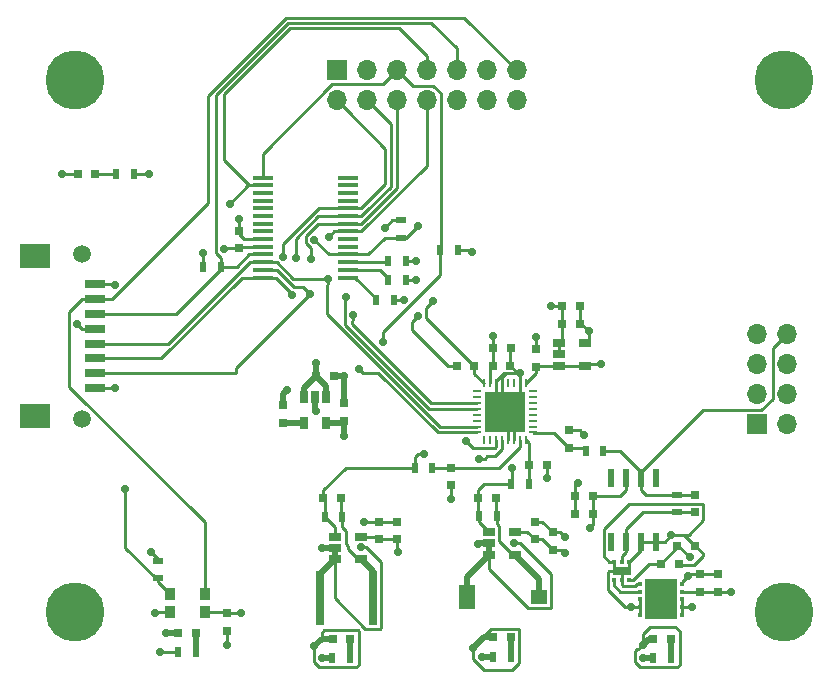
<source format=gtl>
G04 #@! TF.FileFunction,Copper,L1,Top,Signal*
%FSLAX46Y46*%
G04 Gerber Fmt 4.6, Leading zero omitted, Abs format (unit mm)*
G04 Created by KiCad (PCBNEW 4.0.6) date Monday, August 21, 2017 'PMt' 07:11:47 PM*
%MOMM*%
%LPD*%
G01*
G04 APERTURE LIST*
%ADD10C,0.100000*%
%ADD11R,1.750000X0.450000*%
%ADD12R,0.750000X0.800000*%
%ADD13R,0.800000X0.750000*%
%ADD14R,0.797560X0.797560*%
%ADD15R,1.400000X1.200000*%
%ADD16R,1.400000X2.000000*%
%ADD17R,0.750000X4.550000*%
%ADD18C,1.500000*%
%ADD19R,2.600000X2.000000*%
%ADD20R,1.800000X0.700000*%
%ADD21R,1.700000X1.700000*%
%ADD22O,1.700000X1.700000*%
%ADD23R,0.500000X0.900000*%
%ADD24R,0.900000X0.500000*%
%ADD25R,0.450000X0.350000*%
%ADD26R,2.700000X3.400000*%
%ADD27R,0.250000X0.700000*%
%ADD28R,0.700000X0.250000*%
%ADD29R,1.725000X1.725000*%
%ADD30R,1.060000X0.650000*%
%ADD31R,0.650000X1.060000*%
%ADD32R,0.600000X1.550000*%
%ADD33R,0.900000X1.000000*%
%ADD34R,0.350000X0.400000*%
%ADD35R,1.600000X0.800000*%
%ADD36C,5.000000*%
%ADD37C,0.700000*%
%ADD38C,0.250000*%
%ADD39C,0.500000*%
G04 APERTURE END LIST*
D10*
D11*
X120860000Y-65752000D03*
X120860000Y-66402000D03*
X120860000Y-67052000D03*
X120860000Y-67702000D03*
X120860000Y-68352000D03*
X120860000Y-69002000D03*
X120860000Y-69652000D03*
X120860000Y-70302000D03*
X120860000Y-70952000D03*
X120860000Y-71602000D03*
X120860000Y-72252000D03*
X120860000Y-72902000D03*
X120860000Y-73552000D03*
X120860000Y-74202000D03*
X128060000Y-74202000D03*
X128060000Y-73552000D03*
X128060000Y-72902000D03*
X128060000Y-72252000D03*
X128060000Y-71602000D03*
X128060000Y-70952000D03*
X128060000Y-70302000D03*
X128060000Y-69652000D03*
X128060000Y-69002000D03*
X128060000Y-68352000D03*
X128060000Y-67702000D03*
X128060000Y-67052000D03*
X128060000Y-66402000D03*
X128060000Y-65752000D03*
D12*
X159385000Y-100814000D03*
X159385000Y-99314000D03*
X157861000Y-100814000D03*
X157861000Y-99314000D03*
X136779000Y-90309000D03*
X136779000Y-91809000D03*
D13*
X143395000Y-90043000D03*
X144895000Y-90043000D03*
D12*
X146812000Y-88646000D03*
X146812000Y-87146000D03*
D13*
X146201000Y-78105000D03*
X147701000Y-78105000D03*
X155980000Y-96901000D03*
X157480000Y-96901000D03*
X146201000Y-76581000D03*
X147701000Y-76581000D03*
X125361000Y-82550000D03*
X126861000Y-82550000D03*
X154583000Y-98425000D03*
X156083000Y-98425000D03*
X138787000Y-81661000D03*
X137287000Y-81661000D03*
X140335000Y-81661000D03*
X141835000Y-81661000D03*
D12*
X144018000Y-81788000D03*
X144018000Y-80288000D03*
X157480000Y-92595000D03*
X157480000Y-94095000D03*
X122555000Y-86487000D03*
X122555000Y-84987000D03*
D13*
X140347000Y-80137000D03*
X141847000Y-80137000D03*
D12*
X127762000Y-86348000D03*
X127762000Y-84848000D03*
X117856000Y-102640000D03*
X117856000Y-104140000D03*
D13*
X148844000Y-92710000D03*
X147344000Y-92710000D03*
X148820000Y-94234000D03*
X147320000Y-94234000D03*
D12*
X118872000Y-71731000D03*
X118872000Y-70231000D03*
D13*
X139077000Y-92837000D03*
X140577000Y-92837000D03*
D12*
X145415000Y-97270000D03*
X145415000Y-95770000D03*
D13*
X125996000Y-92837000D03*
X127496000Y-92837000D03*
D12*
X143891000Y-96381000D03*
X143891000Y-94881000D03*
X132207000Y-96369000D03*
X132207000Y-94869000D03*
X130683000Y-96369000D03*
X130683000Y-94869000D03*
D14*
X106680000Y-65405000D03*
X105181400Y-65405000D03*
X115189000Y-104267000D03*
X113690400Y-104267000D03*
X128270000Y-104775000D03*
X126771400Y-104775000D03*
X141859000Y-104648000D03*
X140360400Y-104648000D03*
X155435300Y-104775000D03*
X153936700Y-104775000D03*
D15*
X144272000Y-101219000D03*
D16*
X138172000Y-101219000D03*
D17*
X125725000Y-101346000D03*
X130175000Y-101346000D03*
D18*
X105600000Y-72190000D03*
X105600000Y-86140000D03*
D19*
X101600000Y-85940000D03*
X101600000Y-72390000D03*
D20*
X106700000Y-83540000D03*
X106700000Y-82290000D03*
X106700000Y-81040000D03*
X106700000Y-79790000D03*
X106700000Y-78540000D03*
X106700000Y-77290000D03*
X106700000Y-76040000D03*
X106700000Y-74790000D03*
D21*
X162687000Y-86614000D03*
D22*
X165227000Y-86614000D03*
X162687000Y-84074000D03*
X165227000Y-84074000D03*
X162687000Y-81534000D03*
X165227000Y-81534000D03*
X162687000Y-78994000D03*
X165227000Y-78994000D03*
D21*
X127127000Y-56642000D03*
D22*
X127127000Y-59182000D03*
X129667000Y-56642000D03*
X129667000Y-59182000D03*
X132207000Y-56642000D03*
X132207000Y-59182000D03*
X134747000Y-56642000D03*
X134747000Y-59182000D03*
X137287000Y-56642000D03*
X137287000Y-59182000D03*
X139827000Y-56642000D03*
X139827000Y-59182000D03*
X142367000Y-56642000D03*
X142367000Y-59182000D03*
D23*
X135231000Y-90297000D03*
X133731000Y-90297000D03*
X143383000Y-91694000D03*
X141883000Y-91694000D03*
X148209000Y-88900000D03*
X149709000Y-88900000D03*
X109970000Y-65405000D03*
X108470000Y-65405000D03*
X137402000Y-71882000D03*
X135902000Y-71882000D03*
D24*
X155956000Y-92595000D03*
X155956000Y-94095000D03*
D23*
X113689000Y-105918000D03*
X115189000Y-105918000D03*
X126770000Y-106426000D03*
X128270000Y-106426000D03*
D24*
X112014000Y-99671000D03*
X112014000Y-98171000D03*
D23*
X140359000Y-106299000D03*
X141859000Y-106299000D03*
X153936000Y-106426000D03*
X155436000Y-106426000D03*
D24*
X132588000Y-69354000D03*
X132588000Y-70854000D03*
D23*
X115848000Y-73279000D03*
X117348000Y-73279000D03*
X131953000Y-76073000D03*
X130453000Y-76073000D03*
X132969000Y-72771000D03*
X131469000Y-72771000D03*
X132969000Y-74422000D03*
X131469000Y-74422000D03*
X139192000Y-94361000D03*
X140692000Y-94361000D03*
X126111000Y-94488000D03*
X127611000Y-94488000D03*
D25*
X156337000Y-102758000D03*
X156337000Y-102108000D03*
X156337000Y-101458000D03*
X156337000Y-100808000D03*
X156337000Y-100158000D03*
X152787000Y-100158000D03*
X152787000Y-100808000D03*
X152787000Y-101458000D03*
X152787000Y-102108000D03*
X152787000Y-102758000D03*
D26*
X154562000Y-101458000D03*
D27*
X139614000Y-87970000D03*
X140114000Y-87970000D03*
X140614000Y-87970000D03*
X141114000Y-87970000D03*
X141614000Y-87970000D03*
X142114000Y-87970000D03*
X142614000Y-87970000D03*
X143114000Y-87970000D03*
D28*
X143764000Y-87320000D03*
X143764000Y-86820000D03*
X143764000Y-86320000D03*
X143764000Y-85820000D03*
X143764000Y-85320000D03*
X143764000Y-84820000D03*
X143764000Y-84320000D03*
X143764000Y-83820000D03*
D27*
X143114000Y-83170000D03*
X142614000Y-83170000D03*
X142114000Y-83170000D03*
X141614000Y-83170000D03*
X141114000Y-83170000D03*
X140614000Y-83170000D03*
X140114000Y-83170000D03*
X139614000Y-83170000D03*
D28*
X138964000Y-83820000D03*
X138964000Y-84320000D03*
X138964000Y-84820000D03*
X138964000Y-85320000D03*
X138964000Y-85820000D03*
X138964000Y-86320000D03*
X138964000Y-86820000D03*
X138964000Y-87320000D03*
D29*
X142226500Y-84707500D03*
X140501500Y-84707500D03*
X142226500Y-86432500D03*
X140501500Y-86432500D03*
D30*
X145923000Y-79761000D03*
X145923000Y-80711000D03*
X145923000Y-81661000D03*
X148123000Y-81661000D03*
X148123000Y-79761000D03*
D31*
X126238000Y-84287000D03*
X125288000Y-84287000D03*
X124338000Y-84287000D03*
X124338000Y-86487000D03*
X126238000Y-86487000D03*
D32*
X150368000Y-96553000D03*
X151638000Y-96553000D03*
X152908000Y-96553000D03*
X154178000Y-96553000D03*
X154178000Y-91153000D03*
X152908000Y-91153000D03*
X151638000Y-91153000D03*
X150368000Y-91153000D03*
D33*
X113051000Y-100989000D03*
X113051000Y-102489000D03*
X115951000Y-102489000D03*
X115951000Y-100989000D03*
D30*
X140040000Y-95763000D03*
X140040000Y-96713000D03*
X140040000Y-97663000D03*
X142240000Y-97663000D03*
X142240000Y-95763000D03*
X126959000Y-96139000D03*
X126959000Y-97089000D03*
X126959000Y-98039000D03*
X129159000Y-98039000D03*
X129159000Y-96139000D03*
D34*
X151907000Y-98247000D03*
X151257000Y-98247000D03*
X150607000Y-98247000D03*
X150607000Y-99822000D03*
X151257000Y-99822000D03*
X151907000Y-99822000D03*
D35*
X151257000Y-99034500D03*
D36*
X105000000Y-102500000D03*
X105000000Y-57500000D03*
X165000000Y-57500000D03*
X165000000Y-102500000D03*
D37*
X140501500Y-86432500D03*
X142226500Y-86432500D03*
X140501500Y-84707500D03*
X142226500Y-84707500D03*
X136779000Y-92964000D03*
X129413000Y-94869000D03*
X129159000Y-97028000D03*
X125923000Y-97089000D03*
X148082000Y-87503000D03*
X157226000Y-102108000D03*
X152019000Y-102108000D03*
X144907000Y-91186000D03*
X142113000Y-96647000D03*
X146431000Y-96139000D03*
X147574000Y-91567000D03*
X148463000Y-78740000D03*
X155443194Y-95993284D03*
X151257000Y-99034500D03*
X156845000Y-99441000D03*
X139065000Y-96774000D03*
X144018000Y-79248000D03*
X142621000Y-82296000D03*
X133985000Y-77470000D03*
X103886000Y-65405000D03*
X108331000Y-74803000D03*
X117602000Y-71755000D03*
X132842000Y-76073000D03*
X133858000Y-72771000D03*
X127762000Y-82550000D03*
X122936000Y-83693000D03*
X125349000Y-85471000D03*
X111760000Y-102616000D03*
X117856000Y-105283000D03*
X112649000Y-104267000D03*
X125222000Y-105410000D03*
X138684000Y-105537000D03*
X153035000Y-105283000D03*
X135255000Y-76200000D03*
X111252000Y-65405000D03*
X138557000Y-72009000D03*
X131191000Y-69977000D03*
X108331000Y-83566000D03*
X118872000Y-69215000D03*
X115824000Y-72136000D03*
X133858000Y-74422000D03*
X125349000Y-81407000D03*
X111379000Y-97409000D03*
X118999000Y-102616000D03*
X149479000Y-81534000D03*
X134493000Y-89154000D03*
X127902026Y-75819000D03*
X124841000Y-75565000D03*
X123317000Y-75692000D03*
X128524000Y-77343000D03*
X133985000Y-69850000D03*
X125222000Y-70993000D03*
X105156000Y-78105000D03*
X139192000Y-89535000D03*
X141986000Y-90297000D03*
X138049000Y-88011000D03*
X126492000Y-70739000D03*
X112141000Y-105918000D03*
X124968000Y-72644000D03*
X125857000Y-106426000D03*
X129032000Y-81915000D03*
X131064000Y-79629000D03*
X123698000Y-72517000D03*
X139446000Y-106299000D03*
X109220000Y-92075000D03*
X118110000Y-67945000D03*
X122620489Y-72466720D03*
X153035000Y-106426000D03*
X126365000Y-74295000D03*
X160528000Y-100838000D03*
X145288000Y-76581000D03*
X157013722Y-97905653D03*
X140335000Y-79121000D03*
X148590000Y-95377000D03*
X146431000Y-97536000D03*
X132334000Y-97409000D03*
X127762000Y-87630000D03*
D38*
X142114000Y-87970000D02*
X142114000Y-86545000D01*
X142114000Y-86545000D02*
X142226500Y-86432500D01*
X141614000Y-87970000D02*
X141614000Y-87045000D01*
X141614000Y-87045000D02*
X142226500Y-86432500D01*
X140614000Y-83170000D02*
X140614000Y-84595000D01*
X140614000Y-84595000D02*
X140501500Y-84707500D01*
X141114000Y-83170000D02*
X141114000Y-84095000D01*
X141114000Y-84095000D02*
X140501500Y-84707500D01*
X142614000Y-83170000D02*
X142614000Y-84320000D01*
X142614000Y-84320000D02*
X142226500Y-84707500D01*
X151257000Y-99034500D02*
X150207000Y-99034500D01*
X150207000Y-99034500D02*
X150106999Y-99134501D01*
X150106999Y-99134501D02*
X150106999Y-100690973D01*
X150106999Y-100690973D02*
X151524026Y-102108000D01*
X151524026Y-102108000D02*
X152019000Y-102108000D01*
X145415000Y-95770000D02*
X146062000Y-95770000D01*
X146062000Y-95770000D02*
X146431000Y-96139000D01*
X126959000Y-101365002D02*
X129539999Y-103946001D01*
X136779000Y-91809000D02*
X136779000Y-92964000D01*
X130683000Y-94869000D02*
X129413000Y-94869000D01*
X132207000Y-94869000D02*
X130683000Y-94869000D01*
X126959000Y-98039000D02*
X126959000Y-101365002D01*
X129539999Y-103946001D02*
X130810001Y-103946001D01*
X130875001Y-103881001D02*
X130875001Y-98314999D01*
X130810001Y-103946001D02*
X130875001Y-103881001D01*
X130875001Y-98314999D02*
X129588002Y-97028000D01*
X129588002Y-97028000D02*
X129159000Y-97028000D01*
D39*
X126959000Y-97089000D02*
X125923000Y-97089000D01*
X125923000Y-97089000D02*
X125857000Y-97155000D01*
X126959000Y-98039000D02*
X126959000Y-97089000D01*
X125725000Y-101346000D02*
X125725000Y-99273000D01*
X125725000Y-99273000D02*
X126959000Y-98039000D01*
D38*
X146812000Y-87146000D02*
X147725000Y-87146000D01*
X147725000Y-87146000D02*
X148082000Y-87503000D01*
X156337000Y-102108000D02*
X157226000Y-102108000D01*
X156337000Y-102108000D02*
X156337000Y-102758000D01*
X156337000Y-101458000D02*
X156337000Y-102108000D01*
X152787000Y-102108000D02*
X152019000Y-102108000D01*
X144895000Y-90043000D02*
X144895000Y-91174000D01*
X144895000Y-91174000D02*
X144907000Y-91186000D01*
X140040000Y-97663000D02*
X140040000Y-98872002D01*
X140040000Y-98872002D02*
X143311999Y-102144001D01*
X143311999Y-102144001D02*
X145232001Y-102144001D01*
X145232001Y-102144001D02*
X145297001Y-102079001D01*
X145297001Y-102079001D02*
X145297001Y-99279999D01*
X145297001Y-99279999D02*
X142664002Y-96647000D01*
X142664002Y-96647000D02*
X142113000Y-96647000D01*
X143891000Y-94881000D02*
X144526000Y-94881000D01*
X144526000Y-94881000D02*
X145415000Y-95770000D01*
X147344000Y-92710000D02*
X147344000Y-91797000D01*
X147344000Y-91797000D02*
X147574000Y-91567000D01*
X148463000Y-78867000D02*
X148463000Y-79421000D01*
X148463000Y-78740000D02*
X148463000Y-78867000D01*
X140614000Y-83170000D02*
X140614000Y-82945000D01*
X140614000Y-82945000D02*
X141267639Y-82291361D01*
X141267639Y-82291361D02*
X141432637Y-82291361D01*
X150607000Y-98247000D02*
X150182000Y-98247000D01*
X150182000Y-98247000D02*
X149742999Y-97807999D01*
X149742999Y-97807999D02*
X149742999Y-95517999D01*
X149742999Y-95517999D02*
X151890999Y-93369999D01*
X151890999Y-93369999D02*
X158115001Y-93369999D01*
X158180001Y-94755001D02*
X156941718Y-95993284D01*
X158115001Y-93369999D02*
X158180001Y-93434999D01*
X158180001Y-93434999D02*
X158180001Y-94755001D01*
X156941718Y-95993284D02*
X155938168Y-95993284D01*
X155938168Y-95993284D02*
X155443194Y-95993284D01*
X152787000Y-102108000D02*
X152787000Y-101458000D01*
X152787000Y-102758000D02*
X152787000Y-102108000D01*
X151907000Y-98247000D02*
X152908000Y-97246000D01*
X152908000Y-97246000D02*
X152908000Y-96553000D01*
X154178000Y-96553000D02*
X154883478Y-96553000D01*
X154883478Y-96553000D02*
X155443194Y-95993284D01*
X152908000Y-96553000D02*
X154178000Y-96553000D01*
X157480000Y-96901000D02*
X156572284Y-95993284D01*
X156572284Y-95993284D02*
X155443194Y-95993284D01*
X156083000Y-98425000D02*
X156108000Y-98425000D01*
X156108000Y-98425000D02*
X156263654Y-98580654D01*
X156263654Y-98580654D02*
X157337723Y-98580654D01*
X157337723Y-98580654D02*
X158130000Y-97788377D01*
X158130000Y-97788377D02*
X158130000Y-97526000D01*
X158130000Y-97526000D02*
X157505000Y-96901000D01*
X157505000Y-96901000D02*
X157480000Y-96901000D01*
X156083000Y-98425000D02*
X156083000Y-98298000D01*
X151257000Y-99034500D02*
X151569500Y-99034500D01*
X151569500Y-99034500D02*
X151907000Y-98697000D01*
X151907000Y-98697000D02*
X151907000Y-98247000D01*
X151257000Y-99822000D02*
X151257000Y-99034500D01*
X150607000Y-98247000D02*
X150607000Y-98697000D01*
X150607000Y-98697000D02*
X150944500Y-99034500D01*
X150944500Y-99034500D02*
X151257000Y-99034500D01*
X152787000Y-100158000D02*
X152531002Y-100158000D01*
X152531002Y-100158000D02*
X152342001Y-100347001D01*
X152342001Y-100347001D02*
X151332001Y-100347001D01*
X151332001Y-100347001D02*
X151257000Y-100272000D01*
X151257000Y-100272000D02*
X151257000Y-99822000D01*
X156972000Y-99314000D02*
X156845000Y-99441000D01*
X157861000Y-99314000D02*
X156972000Y-99314000D01*
X156337000Y-100158000D02*
X156337000Y-99949000D01*
X156337000Y-99949000D02*
X156845000Y-99441000D01*
D39*
X140040000Y-96713000D02*
X139126000Y-96713000D01*
X139126000Y-96713000D02*
X139065000Y-96774000D01*
X140040000Y-97663000D02*
X140040000Y-96713000D01*
X138172000Y-101219000D02*
X138172000Y-99531000D01*
X138172000Y-99531000D02*
X140040000Y-97663000D01*
D38*
X144018000Y-80288000D02*
X144018000Y-79248000D01*
X148463000Y-79421000D02*
X148123000Y-79761000D01*
X147701000Y-78105000D02*
X147828000Y-78105000D01*
X147828000Y-78105000D02*
X148463000Y-78740000D01*
X147701000Y-76581000D02*
X147701000Y-78105000D01*
X142621000Y-82296000D02*
X142346865Y-82296000D01*
X142346865Y-82296000D02*
X142342226Y-82291361D01*
X142621000Y-82296000D02*
X142470000Y-82296000D01*
X142470000Y-82296000D02*
X141835000Y-81661000D01*
X142614000Y-82514561D02*
X142614000Y-82303000D01*
X142614000Y-82303000D02*
X142621000Y-82296000D01*
X141114000Y-83170000D02*
X141114000Y-82609998D01*
X141114000Y-82609998D02*
X141432637Y-82291361D01*
X141432637Y-82291361D02*
X142342226Y-82291361D01*
X142614000Y-83170000D02*
X142614000Y-82514561D01*
X141835000Y-81661000D02*
X141835000Y-80149000D01*
X141835000Y-80149000D02*
X141847000Y-80137000D01*
X147344000Y-92710000D02*
X147344000Y-94210000D01*
X147344000Y-94210000D02*
X147320000Y-94234000D01*
X157861000Y-99314000D02*
X159385000Y-99314000D01*
X133477000Y-78613000D02*
X133477000Y-77978000D01*
X133477000Y-77978000D02*
X133985000Y-77470000D01*
X105181400Y-65405000D02*
X103886000Y-65405000D01*
X142001002Y-107442000D02*
X139589998Y-107442000D01*
X138684000Y-106031974D02*
X138684000Y-105537000D01*
X139589998Y-107442000D02*
X138684000Y-106536002D01*
X138684000Y-106536002D02*
X138684000Y-106031974D01*
X142582781Y-106860221D02*
X142001002Y-107442000D01*
X106700000Y-74790000D02*
X108318000Y-74790000D01*
X108318000Y-74790000D02*
X108331000Y-74803000D01*
X118872000Y-71731000D02*
X117626000Y-71731000D01*
X117626000Y-71731000D02*
X117602000Y-71755000D01*
X120860000Y-71602000D02*
X119001000Y-71602000D01*
X119001000Y-71602000D02*
X118872000Y-71731000D01*
X137287000Y-81661000D02*
X136525000Y-81661000D01*
X136525000Y-81661000D02*
X133477000Y-78613000D01*
D39*
X140360400Y-104648000D02*
X139573000Y-104648000D01*
X139573000Y-104648000D02*
X138684000Y-105537000D01*
X125222000Y-105410000D02*
X125857000Y-104775000D01*
D38*
X131953000Y-76073000D02*
X132842000Y-76073000D01*
X132969000Y-72771000D02*
X133858000Y-72771000D01*
D39*
X127762000Y-82550000D02*
X127762000Y-83439000D01*
X126861000Y-82550000D02*
X127762000Y-82550000D01*
X122555000Y-84987000D02*
X122555000Y-84074000D01*
X122555000Y-84074000D02*
X122936000Y-83693000D01*
X127762000Y-84848000D02*
X127762000Y-83439000D01*
X125288000Y-84287000D02*
X125288000Y-85410000D01*
X125288000Y-85410000D02*
X125349000Y-85471000D01*
D38*
X113051000Y-102489000D02*
X111887000Y-102489000D01*
X111887000Y-102489000D02*
X111760000Y-102616000D01*
X117856000Y-104140000D02*
X117856000Y-105283000D01*
D39*
X113690400Y-104267000D02*
X112649000Y-104267000D01*
D38*
X125181999Y-105537000D02*
X125181999Y-105450001D01*
X125181999Y-105450001D02*
X125857000Y-104775000D01*
X125857000Y-104775000D02*
X125857000Y-104280026D01*
X125857000Y-104280026D02*
X126085807Y-104051219D01*
X126085807Y-104051219D02*
X128928781Y-104051219D01*
X128993781Y-104116219D02*
X128993781Y-106987221D01*
X128928781Y-104051219D02*
X128993781Y-104116219D01*
X128993781Y-106987221D02*
X128780001Y-107201001D01*
X128780001Y-107201001D02*
X125632999Y-107201001D01*
X125632999Y-107201001D02*
X125181999Y-106750001D01*
X125181999Y-106750001D02*
X125181999Y-105537000D01*
D39*
X126771400Y-104775000D02*
X125857000Y-104775000D01*
D38*
X142582781Y-103989219D02*
X142582781Y-106860221D01*
X142517781Y-103924219D02*
X142582781Y-103989219D01*
X140169781Y-103924219D02*
X142517781Y-103924219D01*
X139319000Y-104775000D02*
X140169781Y-103924219D01*
X138643999Y-105577001D02*
X138938000Y-105283000D01*
X152527000Y-105664000D02*
X152654000Y-105664000D01*
D39*
X153543000Y-104775000D02*
X153035000Y-105283000D01*
D38*
X153035000Y-105283000D02*
X153035000Y-104394000D01*
X153035000Y-104394000D02*
X153670000Y-103759000D01*
X152359999Y-106750001D02*
X152359999Y-105831001D01*
X152810999Y-107201001D02*
X152359999Y-106750001D01*
X155946001Y-107201001D02*
X152810999Y-107201001D01*
X155801862Y-103759000D02*
X156159081Y-104116219D01*
X156159081Y-106987921D02*
X155946001Y-107201001D01*
X156159081Y-104116219D02*
X156159081Y-106987921D01*
X153670000Y-103759000D02*
X155801862Y-103759000D01*
X152359999Y-105831001D02*
X152527000Y-105664000D01*
X152654000Y-105664000D02*
X153035000Y-105283000D01*
D39*
X153936700Y-104775000D02*
X153543000Y-104775000D01*
D38*
X136779000Y-90309000D02*
X140875000Y-90309000D01*
X140875000Y-90309000D02*
X142614000Y-88570000D01*
X142614000Y-88570000D02*
X142614000Y-87970000D01*
X135231000Y-90297000D02*
X136767000Y-90297000D01*
X136767000Y-90297000D02*
X136779000Y-90309000D01*
X143395000Y-90043000D02*
X143395000Y-88251000D01*
X143395000Y-88251000D02*
X143114000Y-87970000D01*
X143383000Y-91694000D02*
X143383000Y-90055000D01*
X143383000Y-90055000D02*
X143395000Y-90043000D01*
X146812000Y-88646000D02*
X147955000Y-88646000D01*
X147955000Y-88646000D02*
X148209000Y-88900000D01*
X143764000Y-87320000D02*
X143820000Y-87376000D01*
X146812000Y-88621000D02*
X146812000Y-88646000D01*
X143820000Y-87376000D02*
X145567000Y-87376000D01*
X145567000Y-87376000D02*
X146812000Y-88621000D01*
X134698000Y-77597000D02*
X134698000Y-76757000D01*
X134698000Y-76757000D02*
X135255000Y-76200000D01*
X109970000Y-65405000D02*
X111252000Y-65405000D01*
X137402000Y-71882000D02*
X138430000Y-71882000D01*
X138430000Y-71882000D02*
X138557000Y-72009000D01*
X132588000Y-69354000D02*
X131814000Y-69354000D01*
X131814000Y-69354000D02*
X131191000Y-69977000D01*
X106700000Y-83540000D02*
X108305000Y-83540000D01*
X108305000Y-83540000D02*
X108331000Y-83566000D01*
X118872000Y-70231000D02*
X118872000Y-69215000D01*
X138787000Y-81661000D02*
X138762000Y-81661000D01*
X138762000Y-81661000D02*
X134698000Y-77597000D01*
X138787000Y-81661000D02*
X138787000Y-82343000D01*
X138787000Y-82343000D02*
X139614000Y-83170000D01*
X115848000Y-73279000D02*
X115848000Y-72160000D01*
X115848000Y-72160000D02*
X115824000Y-72136000D01*
X118872000Y-70509000D02*
X119315000Y-70952000D01*
X119315000Y-70952000D02*
X120860000Y-70952000D01*
X132969000Y-74422000D02*
X133858000Y-74422000D01*
D39*
X125361000Y-82550000D02*
X125361000Y-81546000D01*
X125361000Y-81546000D02*
X125349000Y-81534000D01*
X126238000Y-84287000D02*
X126238000Y-83427000D01*
X126238000Y-83427000D02*
X125361000Y-82550000D01*
X124338000Y-84287000D02*
X124338000Y-83573000D01*
X124338000Y-83573000D02*
X125361000Y-82550000D01*
D38*
X112014000Y-98171000D02*
X112014000Y-98044000D01*
X112014000Y-98044000D02*
X111379000Y-97409000D01*
X117856000Y-102640000D02*
X118975000Y-102640000D01*
X118975000Y-102640000D02*
X118999000Y-102616000D01*
X115951000Y-102489000D02*
X117705000Y-102489000D01*
X117705000Y-102489000D02*
X117856000Y-102640000D01*
X149479000Y-81534000D02*
X148250000Y-81534000D01*
X148250000Y-81534000D02*
X148123000Y-81661000D01*
X144018000Y-81788000D02*
X144018000Y-82266000D01*
X144018000Y-82266000D02*
X143114000Y-83170000D01*
X145923000Y-81661000D02*
X144145000Y-81661000D01*
X144145000Y-81661000D02*
X144018000Y-81788000D01*
X148123000Y-81661000D02*
X145923000Y-81661000D01*
X165227000Y-78994000D02*
X164051999Y-80169001D01*
X164051999Y-80169001D02*
X164051999Y-84448003D01*
X164051999Y-84448003D02*
X163061003Y-85438999D01*
X163061003Y-85438999D02*
X158147001Y-85438999D01*
X158147001Y-85438999D02*
X152908000Y-90678000D01*
X152908000Y-90678000D02*
X152908000Y-91153000D01*
X152908000Y-90678000D02*
X151130000Y-88900000D01*
X151130000Y-88900000D02*
X149709000Y-88900000D01*
X155956000Y-92595000D02*
X157480000Y-92595000D01*
X152908000Y-91153000D02*
X152908000Y-92178000D01*
X152908000Y-92178000D02*
X153325000Y-92595000D01*
X155256000Y-92595000D02*
X155956000Y-92595000D01*
X153325000Y-92595000D02*
X155256000Y-92595000D01*
X152908000Y-91153000D02*
X152908000Y-91628000D01*
X151638000Y-97416000D02*
X151638000Y-96553000D01*
X151257000Y-98247000D02*
X151257000Y-97797000D01*
X151257000Y-97797000D02*
X151638000Y-97416000D01*
X155956000Y-94095000D02*
X157480000Y-94095000D01*
X151638000Y-96553000D02*
X151638000Y-95528000D01*
X151638000Y-95528000D02*
X153071000Y-94095000D01*
X153071000Y-94095000D02*
X155256000Y-94095000D01*
X155256000Y-94095000D02*
X155956000Y-94095000D01*
X155956000Y-94083000D02*
X155829000Y-93956000D01*
X151638000Y-96078000D02*
X151638000Y-96553000D01*
D39*
X122555000Y-86487000D02*
X124338000Y-86487000D01*
D38*
X140577000Y-92837000D02*
X140577000Y-94246000D01*
X140577000Y-94246000D02*
X140692000Y-94361000D01*
X140692000Y-94361000D02*
X140692000Y-95061000D01*
X142035000Y-97663000D02*
X142240000Y-97663000D01*
X140692000Y-95061000D02*
X140895001Y-95264001D01*
X140895001Y-95264001D02*
X140895001Y-96523001D01*
X140895001Y-96523001D02*
X142035000Y-97663000D01*
D39*
X144272000Y-101219000D02*
X144272000Y-99695000D01*
X144272000Y-99695000D02*
X142240000Y-97663000D01*
D38*
X133985000Y-89154000D02*
X133731000Y-89408000D01*
X133731000Y-89408000D02*
X133731000Y-90297000D01*
X134493000Y-89154000D02*
X133985000Y-89154000D01*
X125996000Y-92837000D02*
X125996000Y-92212000D01*
X125996000Y-92212000D02*
X127911000Y-90297000D01*
X127911000Y-90297000D02*
X133231000Y-90297000D01*
X133231000Y-90297000D02*
X133731000Y-90297000D01*
X126111000Y-94488000D02*
X126111000Y-92952000D01*
X126111000Y-92952000D02*
X125996000Y-92837000D01*
X126959000Y-96139000D02*
X126959000Y-95336000D01*
X126959000Y-95336000D02*
X126111000Y-94488000D01*
X128070000Y-97155000D02*
X128070000Y-96955000D01*
X128070000Y-96955000D02*
X127889000Y-96774000D01*
X127889000Y-96774000D02*
X127889000Y-95628998D01*
X127611000Y-94488000D02*
X127611000Y-95350998D01*
X127611000Y-95350998D02*
X127889000Y-95628998D01*
X128070000Y-97155000D02*
X128954000Y-98039000D01*
X128954000Y-98039000D02*
X129159000Y-98039000D01*
X127496000Y-92837000D02*
X127496000Y-94373000D01*
X127496000Y-94373000D02*
X127611000Y-94488000D01*
D39*
X130175000Y-101346000D02*
X130175000Y-99055000D01*
X130175000Y-99055000D02*
X129159000Y-98039000D01*
D38*
X106807000Y-65405000D02*
X108470000Y-65405000D01*
D39*
X115189000Y-105918000D02*
X115189000Y-104267000D01*
X128270000Y-106426000D02*
X128270000Y-104775000D01*
X141859000Y-106299000D02*
X141859000Y-104648000D01*
X155436000Y-106426000D02*
X155436000Y-104775700D01*
X155436000Y-104775700D02*
X155435300Y-104775000D01*
D38*
X155435300Y-106425300D02*
X155436000Y-106426000D01*
X118560002Y-82290000D02*
X118560002Y-81845998D01*
X118560002Y-81845998D02*
X124841000Y-75565000D01*
X124841000Y-75565000D02*
X124292999Y-75016999D01*
X124292999Y-75016999D02*
X123535356Y-75016999D01*
X123535356Y-75016999D02*
X122070357Y-73552000D01*
X122070357Y-73552000D02*
X120860000Y-73552000D01*
X127902026Y-75819000D02*
X127848999Y-75872027D01*
X127848999Y-75872027D02*
X127848999Y-78191999D01*
X127848999Y-78191999D02*
X134977000Y-85320000D01*
X134977000Y-85320000D02*
X138964000Y-85320000D01*
X106700000Y-82290000D02*
X118560002Y-82290000D01*
X123174000Y-75391000D02*
X123174000Y-75549000D01*
X123174000Y-75549000D02*
X123317000Y-75692000D01*
X120860000Y-74202000D02*
X119085000Y-74202000D01*
X119085000Y-74202000D02*
X112247000Y-81040000D01*
X112247000Y-81040000D02*
X106700000Y-81040000D01*
X128524000Y-77343000D02*
X128524000Y-77837974D01*
X128524000Y-77837974D02*
X128456400Y-77905574D01*
X128456400Y-77905574D02*
X128456400Y-78162990D01*
X120860000Y-74202000D02*
X121985000Y-74202000D01*
X121985000Y-74202000D02*
X123174000Y-75391000D01*
X106700000Y-81040000D02*
X107250000Y-81040000D01*
X128456400Y-78162990D02*
X135113410Y-84820000D01*
X138364000Y-84820000D02*
X138964000Y-84820000D01*
X135113410Y-84820000D02*
X138364000Y-84820000D01*
X128060000Y-72252000D02*
X129797000Y-72252000D01*
X129797000Y-72252000D02*
X131195000Y-70854000D01*
X131195000Y-70854000D02*
X132588000Y-70854000D01*
X132588000Y-70854000D02*
X132981000Y-70854000D01*
X132981000Y-70854000D02*
X133985000Y-69850000D01*
X125222000Y-70993000D02*
X126481000Y-72252000D01*
X126481000Y-72252000D02*
X126757000Y-72252000D01*
X106700000Y-78540000D02*
X105591000Y-78540000D01*
X105591000Y-78540000D02*
X105156000Y-78105000D01*
X126757000Y-72252000D02*
X128060000Y-72252000D01*
X122993990Y-52647010D02*
X116926999Y-58714001D01*
X116926999Y-58714001D02*
X116926999Y-72157999D01*
X116926999Y-72157999D02*
X117348000Y-72579000D01*
X117348000Y-72579000D02*
X117348000Y-73279000D01*
X135128000Y-52647010D02*
X122993990Y-52647010D01*
X137287000Y-54806010D02*
X135128000Y-52647010D01*
X137287000Y-56642000D02*
X137287000Y-54806010D01*
X106700000Y-77290000D02*
X113537000Y-77290000D01*
X113537000Y-77290000D02*
X117348000Y-73479000D01*
X117348000Y-73479000D02*
X117348000Y-73279000D01*
X120860000Y-72252000D02*
X119711002Y-72252000D01*
X119711002Y-72252000D02*
X118684002Y-73279000D01*
X118684002Y-73279000D02*
X117848000Y-73279000D01*
X117848000Y-73279000D02*
X117348000Y-73279000D01*
X139192000Y-89535000D02*
X139686974Y-89535000D01*
X139686974Y-89535000D02*
X139891732Y-89330242D01*
X139891732Y-89330242D02*
X140490168Y-89330242D01*
X140490168Y-89330242D02*
X141114000Y-88706410D01*
X141114000Y-88706410D02*
X141114000Y-87970000D01*
X141986000Y-90297000D02*
X141986000Y-91591000D01*
X141986000Y-91591000D02*
X141883000Y-91694000D01*
X141067000Y-91694000D02*
X141883000Y-91694000D01*
X139077000Y-92212000D02*
X139595000Y-91694000D01*
X139595000Y-91694000D02*
X141067000Y-91694000D01*
X139077000Y-92837000D02*
X139077000Y-92212000D01*
X139077000Y-92212000D02*
X139152001Y-92136999D01*
X139192000Y-94361000D02*
X139192000Y-94915000D01*
X139192000Y-94915000D02*
X140040000Y-95763000D01*
X139077000Y-92837000D02*
X139077000Y-94246000D01*
X139077000Y-94246000D02*
X139192000Y-94361000D01*
X140614000Y-88570000D02*
X140538999Y-88645001D01*
X140538999Y-88645001D02*
X138683001Y-88645001D01*
X138683001Y-88645001D02*
X138049000Y-88011000D01*
X140614000Y-87970000D02*
X140614000Y-88570000D01*
X140614000Y-88570000D02*
X140528758Y-88655242D01*
X128060000Y-70302000D02*
X129171410Y-70302000D01*
X134747000Y-64726410D02*
X134747000Y-60384081D01*
X129171410Y-70302000D02*
X134747000Y-64726410D01*
X126492000Y-70739000D02*
X126929000Y-70302000D01*
X126929000Y-70302000D02*
X128060000Y-70302000D01*
X112141000Y-105918000D02*
X113689000Y-105918000D01*
X134747000Y-60384081D02*
X134747000Y-59182000D01*
X124968000Y-72644000D02*
X124968000Y-71738002D01*
X124968000Y-71738002D02*
X124546999Y-71317001D01*
X124546999Y-71317001D02*
X124546999Y-70668999D01*
X124546999Y-70668999D02*
X125563998Y-69652000D01*
X128060000Y-69652000D02*
X129185000Y-69652000D01*
X129185000Y-69652000D02*
X132207000Y-66630000D01*
X132207000Y-66630000D02*
X132207000Y-60384081D01*
X125563998Y-69652000D02*
X126182000Y-69652000D01*
X126182000Y-69652000D02*
X128060000Y-69652000D01*
D39*
X126770000Y-106426000D02*
X125857000Y-106426000D01*
D38*
X132207000Y-60384081D02*
X132207000Y-59182000D01*
X135902000Y-71882000D02*
X135902000Y-74012002D01*
X135902000Y-74012002D02*
X131064000Y-78850002D01*
X131064000Y-78850002D02*
X131064000Y-79134026D01*
X131064000Y-79134026D02*
X131064000Y-79629000D01*
X129032000Y-81915000D02*
X129381999Y-82264999D01*
X129381999Y-82264999D02*
X130649179Y-82264999D01*
X130649179Y-82264999D02*
X135704180Y-87320000D01*
X135704180Y-87320000D02*
X138364000Y-87320000D01*
X138364000Y-87320000D02*
X138964000Y-87320000D01*
X132207000Y-56642000D02*
X133571999Y-58006999D01*
X133571999Y-58006999D02*
X135311001Y-58006999D01*
X135311001Y-58006999D02*
X135922001Y-58617999D01*
X135922001Y-58617999D02*
X135922001Y-71849999D01*
X120860000Y-65752000D02*
X120860000Y-63709998D01*
X120860000Y-63709998D02*
X126752997Y-57817001D01*
X131031999Y-57817001D02*
X131357001Y-57491999D01*
X126752997Y-57817001D02*
X131031999Y-57817001D01*
X131357001Y-57491999D02*
X132207000Y-56642000D01*
X120953000Y-65659000D02*
X120860000Y-65752000D01*
X123658000Y-72372010D02*
X123658000Y-72477000D01*
X123658000Y-72477000D02*
X123698000Y-72517000D01*
X125577588Y-69002000D02*
X123658000Y-70921588D01*
X123658000Y-70921588D02*
X123658000Y-72372010D01*
X131699000Y-66501590D02*
X131699000Y-61214000D01*
X131699000Y-61214000D02*
X129667000Y-59182000D01*
X129723601Y-68476989D02*
X131699000Y-66501590D01*
X129710011Y-68476989D02*
X129723601Y-68476989D01*
X129185000Y-69002000D02*
X129710011Y-68476989D01*
X128060000Y-69002000D02*
X129185000Y-69002000D01*
X125577588Y-69002000D02*
X125816000Y-69002000D01*
X125816000Y-69002000D02*
X128060000Y-69002000D01*
D39*
X140359000Y-106299000D02*
X139446000Y-106299000D01*
D38*
X109220000Y-92075000D02*
X109220000Y-97077000D01*
X109220000Y-97077000D02*
X111814000Y-99671000D01*
X111814000Y-99671000D02*
X112014000Y-99671000D01*
X120860000Y-66402000D02*
X119653000Y-66402000D01*
X119653000Y-66402000D02*
X118110000Y-67945000D01*
X117602000Y-58675410D02*
X117602000Y-64269000D01*
X119735000Y-66402000D02*
X120860000Y-66402000D01*
X117602000Y-64269000D02*
X119735000Y-66402000D01*
X123180390Y-53097020D02*
X117602000Y-58675410D01*
X132404101Y-53097020D02*
X123180390Y-53097020D01*
X134747000Y-56642000D02*
X134747000Y-55439919D01*
X134747000Y-55439919D02*
X132404101Y-53097020D01*
X112014000Y-99671000D02*
X112014000Y-99952000D01*
X112014000Y-99952000D02*
X113051000Y-100989000D01*
X127976999Y-60031999D02*
X127127000Y-59182000D01*
X131248990Y-63303990D02*
X127976999Y-60031999D01*
X129185000Y-68352000D02*
X129198590Y-68352000D01*
X129198590Y-68352000D02*
X131248990Y-66301600D01*
X131248990Y-66301600D02*
X131248990Y-63303990D01*
X128060000Y-68352000D02*
X129185000Y-68352000D01*
X129185000Y-68352000D02*
X129260001Y-68276999D01*
X122620489Y-72466720D02*
X122620489Y-71322689D01*
X122620489Y-71322689D02*
X125617178Y-68326000D01*
X125617178Y-68326000D02*
X128034000Y-68326000D01*
X128034000Y-68326000D02*
X128060000Y-68352000D01*
D39*
X153936000Y-106426000D02*
X153035000Y-106426000D01*
D38*
X123190000Y-52197000D02*
X137922000Y-52197000D01*
X116205000Y-67928002D02*
X116205000Y-58799590D01*
X116205000Y-58799590D02*
X122807590Y-52197000D01*
X122807590Y-52197000D02*
X123190000Y-52197000D01*
X106700000Y-76040000D02*
X108093002Y-76040000D01*
X108093002Y-76040000D02*
X116205000Y-67928002D01*
X137922000Y-52197000D02*
X142367000Y-56642000D01*
X106700000Y-76040000D02*
X106150000Y-76040000D01*
X105550000Y-76040000D02*
X105550000Y-76060000D01*
X105550000Y-76060000D02*
X104480999Y-77129001D01*
X104480999Y-77129001D02*
X104480999Y-83429997D01*
X104480999Y-83429997D02*
X115951000Y-94899998D01*
X115951000Y-94899998D02*
X115951000Y-100239000D01*
X115951000Y-100239000D02*
X115951000Y-100989000D01*
X106700000Y-76040000D02*
X105550000Y-76040000D01*
X105550000Y-76040000D02*
X105474999Y-76115001D01*
X128060000Y-74202000D02*
X128710000Y-74202000D01*
X128710000Y-74202000D02*
X130453000Y-75945000D01*
X130453000Y-75945000D02*
X130453000Y-76073000D01*
X128060000Y-72902000D02*
X131338000Y-72902000D01*
X131338000Y-72902000D02*
X131469000Y-72771000D01*
X128060000Y-73552000D02*
X130799000Y-73552000D01*
X130799000Y-73552000D02*
X131469000Y-74222000D01*
X131469000Y-74222000D02*
X131469000Y-74422000D01*
X152787000Y-100808000D02*
X151143000Y-100808000D01*
X151143000Y-100808000D02*
X150607000Y-100272000D01*
X150607000Y-100272000D02*
X150607000Y-99822000D01*
X126365000Y-74295000D02*
X126365000Y-74789974D01*
X126365000Y-74789974D02*
X126284999Y-74869975D01*
X126284999Y-74869975D02*
X126284999Y-77264409D01*
X126365000Y-74295000D02*
X123449767Y-74295000D01*
X123449767Y-74295000D02*
X122056767Y-72902000D01*
X122056767Y-72902000D02*
X120860000Y-72902000D01*
X126284999Y-77264409D02*
X135840590Y-86820000D01*
X135840590Y-86820000D02*
X138364000Y-86820000D01*
X138364000Y-86820000D02*
X138964000Y-86820000D01*
X106700000Y-79790000D02*
X112860590Y-79790000D01*
X112860590Y-79790000D02*
X119748590Y-72902000D01*
X119748590Y-72902000D02*
X120860000Y-72902000D01*
X106700000Y-79790000D02*
X107250000Y-79790000D01*
X140347000Y-80137000D02*
X140347000Y-79133000D01*
X140347000Y-79133000D02*
X140335000Y-79121000D01*
X140335000Y-81661000D02*
X140114000Y-81882000D01*
X140114000Y-81882000D02*
X140114000Y-83170000D01*
X140347000Y-80137000D02*
X140347000Y-81649000D01*
X140347000Y-81649000D02*
X140335000Y-81661000D01*
X159385000Y-100814000D02*
X160504000Y-100814000D01*
X160504000Y-100814000D02*
X160528000Y-100838000D01*
X156337000Y-100808000D02*
X157855000Y-100808000D01*
X157855000Y-100808000D02*
X157861000Y-100814000D01*
X159385000Y-100814000D02*
X157861000Y-100814000D01*
X146201000Y-76581000D02*
X145288000Y-76581000D01*
X145923000Y-79761000D02*
X145923000Y-80711000D01*
X146201000Y-78105000D02*
X146201000Y-79483000D01*
X146201000Y-79483000D02*
X145923000Y-79761000D01*
X146201000Y-76581000D02*
X146201000Y-78105000D01*
X155980000Y-96901000D02*
X156009069Y-96901000D01*
X156009069Y-96901000D02*
X157013722Y-97905653D01*
X151907000Y-99822000D02*
X152174500Y-99822000D01*
X152174500Y-99822000D02*
X153571500Y-98425000D01*
X153571500Y-98425000D02*
X153933000Y-98425000D01*
X153933000Y-98425000D02*
X154583000Y-98425000D01*
X155980000Y-96901000D02*
X155980000Y-97028000D01*
X155980000Y-97028000D02*
X154583000Y-98425000D01*
X154262592Y-98479408D02*
X154317000Y-98425000D01*
X140335000Y-80149000D02*
X140347000Y-80137000D01*
X148820000Y-94234000D02*
X148820000Y-95147000D01*
X148820000Y-95147000D02*
X148590000Y-95377000D01*
X148844000Y-92710000D02*
X148844000Y-94210000D01*
X148844000Y-94210000D02*
X148820000Y-94234000D01*
X151638000Y-91153000D02*
X151638000Y-92178000D01*
X151638000Y-92178000D02*
X151106000Y-92710000D01*
X151106000Y-92710000D02*
X149494000Y-92710000D01*
X149494000Y-92710000D02*
X148844000Y-92710000D01*
X148820000Y-92734000D02*
X148844000Y-92710000D01*
X145415000Y-97270000D02*
X146292000Y-97270000D01*
X143891000Y-96381000D02*
X144526000Y-96381000D01*
X144526000Y-96381000D02*
X145415000Y-97270000D01*
X142240000Y-95763000D02*
X143273000Y-95763000D01*
X143273000Y-95763000D02*
X143891000Y-96381000D01*
X132207000Y-96369000D02*
X132207000Y-97282000D01*
X132207000Y-97282000D02*
X132334000Y-97409000D01*
X130683000Y-96369000D02*
X132207000Y-96369000D01*
X129159000Y-96139000D02*
X130453000Y-96139000D01*
X130453000Y-96139000D02*
X130683000Y-96369000D01*
X130580000Y-96266000D02*
X130683000Y-96369000D01*
D39*
X127762000Y-86348000D02*
X127762000Y-87630000D01*
X126238000Y-86487000D02*
X127623000Y-86487000D01*
X127623000Y-86487000D02*
X127762000Y-86348000D01*
M02*

</source>
